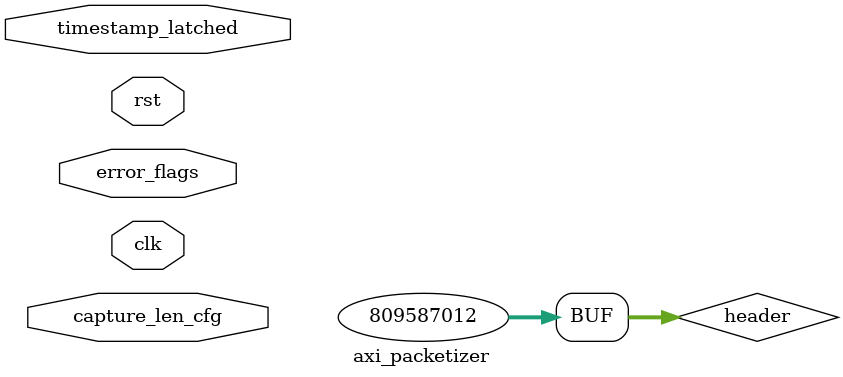
<source format=sv>

`timescale 1ns/1ps

module axi_packetizer #(
    parameter int DATA_W = 32,
    parameter int USER_W = 8
) (
    input logic clk,
    input logic rst,

    axi_if.slave s_axi_if,
    axi_if.master m_axi_if,

    input logic [31:0] timestamp_latched,
    input logic [7:0] capture_len_cfg,
    input logic [15:0] error_flags
);

typedef enum logic [3:0]{
    ST_IDLE,
    ST_HEADER,
    ST_TIMESTAMP,
    ST_CHNID,
    ST_SAMPLECOUNT,
    ST_PAYLOAD,
    ST_INFO,
    ST_DONE
} trans_state ;

trans_state state_curr, state_next;


logic [31:0] header=32'h30415144;
logic [31:0] payload_reg;
logic word_active;

logic [7:0] channel_id;
logic [7:0] sample_cnt;
logic [1:0] byte_idx;
logic [7:0] payload_byte_cnt;
logic[1:0] sample_byte_idx;
logic [7:0] capture_len_latched;
logic [31:0] timestamp_reg;
logic [15:0] error_flags_reg;

wire notify_out = m_axi_if.tvalid && m_axi_if.tready;
wire notify_in = s_axi_if.tvalid && s_axi_if.tready;


always_ff @(posedge clk) begin
    if(rst) state_curr <= ST_IDLE;
    else state_curr <= state_next;

end
    
always_ff @( posedge clk ) begin 
    if (rst) begin
        byte_idx <= 0;
        sample_cnt <= '0;
        payload_byte_cnt <= 0;
        word_active <= 0;
        sample_byte_idx<='0;
    end

    else begin

        if (state_curr != state_next) byte_idx<=0;
        else if (notify_out) byte_idx<=byte_idx + 1;

        if (state_curr == ST_IDLE && notify_in && state_next == ST_HEADER) begin
            payload_byte_cnt<= 0;
            sample_cnt<=0;
            channel_id <= s_axi_if.tuser[3:0];
            capture_len_latched <= capture_len_cfg;
            timestamp_reg <= timestamp_latched;
            error_flags_reg <= error_flags;

        end
        if (state_curr == ST_PAYLOAD && notify_in && !word_active) begin
            payload_reg<= s_axi_if.tdata;
            
            payload_byte_cnt<= payload_byte_cnt+1;
            sample_byte_idx <= 0;
            word_active <= 1;
            sample_cnt <= sample_cnt+1;
        end
        if (state_curr == ST_PAYLOAD && notify_out && word_active) begin
            sample_byte_idx<=sample_byte_idx+1;
            if (sample_byte_idx == 2'd3) word_active <=0;
            
        end
        end
end

always_comb begin
    state_next = state_curr;

    m_axi_if.tvalid = 1'b0;
    m_axi_if.tdata = 8'h0;
    m_axi_if.tlast = 1'b0;
    s_axi_if.tready = 1'b0;

    case (state_curr)


        ST_IDLE: begin
            s_axi_if.tready = 1'b1;
            if (notify_in) state_next = ST_HEADER;

        end 

        ST_HEADER: begin
            m_axi_if.tvalid = 1'b1;
            m_axi_if.tdata = header >> (8*byte_idx);
            if (notify_out && byte_idx == 2'd3) state_next = ST_TIMESTAMP;
        end

        ST_TIMESTAMP: begin
            m_axi_if.tvalid = 1'b1;
            m_axi_if.tdata = timestamp_reg >> (8*byte_idx);
            if (notify_out && byte_idx == 2'd3) state_next = ST_CHNID;
        end

        ST_CHNID: begin
            m_axi_if.tvalid = 1'b1;
            m_axi_if.tdata = channel_id;
            if (notify_out) state_next = ST_SAMPLECOUNT;

        end

        ST_SAMPLECOUNT: begin
            m_axi_if.tvalid = 1'b1;
            m_axi_if.tdata = capture_len_latched;
            if (notify_out) state_next = ST_PAYLOAD;
            
        end
        ST_PAYLOAD: begin
            s_axi_if.tready =!word_active;
            if(word_active) begin
                m_axi_if.tvalid = 1'b1;
                m_axi_if.tdata = payload_reg >> (8*sample_byte_idx);
                if(notify_out && sample_byte_idx == 2'd3) begin
                    if (sample_cnt == capture_len_latched) state_next = ST_INFO;
                end
            end
        end
        ST_INFO: begin

            m_axi_if.tvalid = 1'b1;
            m_axi_if.tdata = error_flags_reg >> (8* byte_idx);
            if (notify_out && byte_idx == 2'd3) state_next = ST_DONE;
                
        end

        ST_DONE: begin
            m_axi_if.tvalid = 1'b1;
            m_axi_if.tdata = 8'h00;
            m_axi_if.tlast = 1'b1;
            if(notify_out) state_next = ST_IDLE;

        end
        default: state_next = ST_IDLE;

    endcase

end



endmodule
</source>
